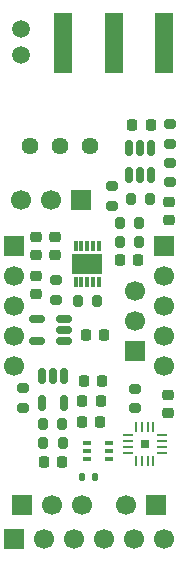
<source format=gts>
G04 #@! TF.GenerationSoftware,KiCad,Pcbnew,9.0.6*
G04 #@! TF.CreationDate,2026-01-09T20:09:44+00:00*
G04 #@! TF.ProjectId,ExtendedRangeSupply,45787465-6e64-4656-9452-616e67655375,rev?*
G04 #@! TF.SameCoordinates,Original*
G04 #@! TF.FileFunction,Soldermask,Top*
G04 #@! TF.FilePolarity,Negative*
%FSLAX46Y46*%
G04 Gerber Fmt 4.6, Leading zero omitted, Abs format (unit mm)*
G04 Created by KiCad (PCBNEW 9.0.6) date 2026-01-09 20:09:44*
%MOMM*%
%LPD*%
G01*
G04 APERTURE LIST*
G04 Aperture macros list*
%AMRoundRect*
0 Rectangle with rounded corners*
0 $1 Rounding radius*
0 $2 $3 $4 $5 $6 $7 $8 $9 X,Y pos of 4 corners*
0 Add a 4 corners polygon primitive as box body*
4,1,4,$2,$3,$4,$5,$6,$7,$8,$9,$2,$3,0*
0 Add four circle primitives for the rounded corners*
1,1,$1+$1,$2,$3*
1,1,$1+$1,$4,$5*
1,1,$1+$1,$6,$7*
1,1,$1+$1,$8,$9*
0 Add four rect primitives between the rounded corners*
20,1,$1+$1,$2,$3,$4,$5,0*
20,1,$1+$1,$4,$5,$6,$7,0*
20,1,$1+$1,$6,$7,$8,$9,0*
20,1,$1+$1,$8,$9,$2,$3,0*%
G04 Aperture macros list end*
%ADD10RoundRect,0.150000X0.512500X0.150000X-0.512500X0.150000X-0.512500X-0.150000X0.512500X-0.150000X0*%
%ADD11C,1.700000*%
%ADD12R,1.700000X1.700000*%
%ADD13RoundRect,0.135000X0.135000X0.185000X-0.135000X0.185000X-0.135000X-0.185000X0.135000X-0.185000X0*%
%ADD14R,0.800000X0.800000*%
%ADD15RoundRect,0.062500X-0.062500X-0.375000X0.062500X-0.375000X0.062500X0.375000X-0.062500X0.375000X0*%
%ADD16RoundRect,0.062500X-0.375000X-0.062500X0.375000X-0.062500X0.375000X0.062500X-0.375000X0.062500X0*%
%ADD17R,1.500000X5.080000*%
%ADD18RoundRect,0.200000X0.200000X0.275000X-0.200000X0.275000X-0.200000X-0.275000X0.200000X-0.275000X0*%
%ADD19RoundRect,0.200000X0.275000X-0.200000X0.275000X0.200000X-0.275000X0.200000X-0.275000X-0.200000X0*%
%ADD20RoundRect,0.200000X-0.200000X-0.275000X0.200000X-0.275000X0.200000X0.275000X-0.200000X0.275000X0*%
%ADD21R,0.300000X0.850000*%
%ADD22R,2.500000X1.750000*%
%ADD23RoundRect,0.225000X-0.225000X-0.250000X0.225000X-0.250000X0.225000X0.250000X-0.225000X0.250000X0*%
%ADD24C,1.500000*%
%ADD25RoundRect,0.225000X0.250000X-0.225000X0.250000X0.225000X-0.250000X0.225000X-0.250000X-0.225000X0*%
%ADD26RoundRect,0.225000X0.225000X0.250000X-0.225000X0.250000X-0.225000X-0.250000X0.225000X-0.250000X0*%
%ADD27RoundRect,0.150000X-0.150000X0.512500X-0.150000X-0.512500X0.150000X-0.512500X0.150000X0.512500X0*%
%ADD28RoundRect,0.225000X-0.250000X0.225000X-0.250000X-0.225000X0.250000X-0.225000X0.250000X0.225000X0*%
%ADD29RoundRect,0.200000X-0.275000X0.200000X-0.275000X-0.200000X0.275000X-0.200000X0.275000X0.200000X0*%
%ADD30RoundRect,0.100000X0.225000X0.100000X-0.225000X0.100000X-0.225000X-0.100000X0.225000X-0.100000X0*%
%ADD31C,1.440000*%
%ADD32RoundRect,0.218750X0.218750X0.256250X-0.218750X0.256250X-0.218750X-0.256250X0.218750X-0.256250X0*%
G04 APERTURE END LIST*
D10*
X127487500Y-94522500D03*
X127487500Y-93572500D03*
X127487500Y-92622500D03*
X125212500Y-92622500D03*
X125212500Y-94522500D03*
D11*
X129040000Y-108400000D03*
X126500000Y-108400000D03*
D12*
X123960000Y-108400000D03*
D13*
X129090000Y-106075000D03*
X130110000Y-106075000D03*
D14*
X134350000Y-103272500D03*
D15*
X133600000Y-101835000D03*
X134100000Y-101835000D03*
X134600000Y-101835000D03*
X135100000Y-101835000D03*
D16*
X135787500Y-102522500D03*
X135787500Y-103022500D03*
X135787500Y-103522500D03*
X135787500Y-104022500D03*
D15*
X135100000Y-104710000D03*
X134600000Y-104710000D03*
X134100000Y-104710000D03*
X133600000Y-104710000D03*
D16*
X132912500Y-104022500D03*
X132912500Y-103522500D03*
X132912500Y-103022500D03*
X132912500Y-102522500D03*
D17*
X131725000Y-69325000D03*
X127475000Y-69325000D03*
X135975000Y-69325000D03*
D12*
X123320000Y-86485000D03*
D11*
X123320000Y-89025000D03*
X123320000Y-91565000D03*
X123320000Y-94105000D03*
X123320000Y-96645000D03*
D12*
X136020000Y-86485000D03*
D11*
X136020000Y-89025000D03*
X136020000Y-91565000D03*
X136020000Y-94105000D03*
X136020000Y-96645000D03*
D12*
X123320000Y-111250000D03*
D11*
X125860000Y-111250000D03*
X128400000Y-111250000D03*
X130940000Y-111250000D03*
X133480000Y-111250000D03*
X136020000Y-111250000D03*
D18*
X130325000Y-91115446D03*
X128675000Y-91115446D03*
D19*
X136463239Y-77825000D03*
X136463239Y-76175000D03*
D20*
X133175000Y-82500000D03*
X134825000Y-82500000D03*
D21*
X130500000Y-86500000D03*
X130000000Y-86500000D03*
X129500000Y-86500000D03*
X129000000Y-86500000D03*
X128500000Y-86500000D03*
X128500000Y-89500000D03*
X129000000Y-89500000D03*
X129500000Y-89500000D03*
X130000000Y-89500000D03*
X130500000Y-89500000D03*
D22*
X129500000Y-88000000D03*
D18*
X133879080Y-84521869D03*
X132229080Y-84521869D03*
D23*
X129010000Y-101380000D03*
X130560000Y-101380000D03*
D24*
X123881597Y-68118654D03*
D25*
X136290000Y-100660000D03*
X136290000Y-99110000D03*
D26*
X130955176Y-94000000D03*
X129405176Y-94000000D03*
D19*
X124090000Y-100160000D03*
X124090000Y-98510000D03*
D25*
X125175007Y-90541678D03*
X125175007Y-88991678D03*
D27*
X127540000Y-97495000D03*
X126590000Y-97495000D03*
X125640000Y-97495000D03*
X125640000Y-99770000D03*
X127540000Y-99770000D03*
D19*
X136463512Y-81067859D03*
X136463512Y-79417859D03*
X133530000Y-100200000D03*
X133530000Y-98550000D03*
D12*
X133560000Y-95410000D03*
D11*
X133560000Y-92870000D03*
X133560000Y-90330000D03*
D28*
X126782688Y-85725000D03*
X126782688Y-87275000D03*
D27*
X134903847Y-78212500D03*
X133953847Y-78212500D03*
X133003847Y-78212500D03*
X133003847Y-80487500D03*
X133953847Y-80487500D03*
X134903847Y-80487500D03*
D28*
X136442953Y-82725000D03*
X136442953Y-84275000D03*
D23*
X133325000Y-76275000D03*
X134875000Y-76275000D03*
D12*
X135300000Y-108400000D03*
D11*
X132760000Y-108400000D03*
D29*
X131608251Y-81408321D03*
X131608251Y-83058321D03*
D30*
X131340000Y-104490000D03*
X131340000Y-103840000D03*
X131340000Y-103190000D03*
X129440000Y-103190000D03*
X129440000Y-103840000D03*
X129440000Y-104490000D03*
D20*
X132229080Y-86111869D03*
X133879080Y-86111869D03*
D31*
X124613399Y-77991232D03*
X127153399Y-77991232D03*
X129693399Y-77991232D03*
D26*
X127375000Y-104750000D03*
X125825000Y-104750000D03*
D32*
X133804080Y-87691869D03*
X132229080Y-87691869D03*
D23*
X129075000Y-99580000D03*
X130625000Y-99580000D03*
D18*
X127395000Y-101540000D03*
X125745000Y-101540000D03*
D12*
X128992150Y-82612483D03*
D11*
X126452150Y-82612483D03*
X123912150Y-82612483D03*
D24*
X123896879Y-70311183D03*
D19*
X126817505Y-91039778D03*
X126817505Y-89389778D03*
D18*
X127400000Y-103130000D03*
X125750000Y-103130000D03*
D23*
X129235000Y-97870000D03*
X130785000Y-97870000D03*
D28*
X125174942Y-85725000D03*
X125174942Y-87275000D03*
M02*

</source>
